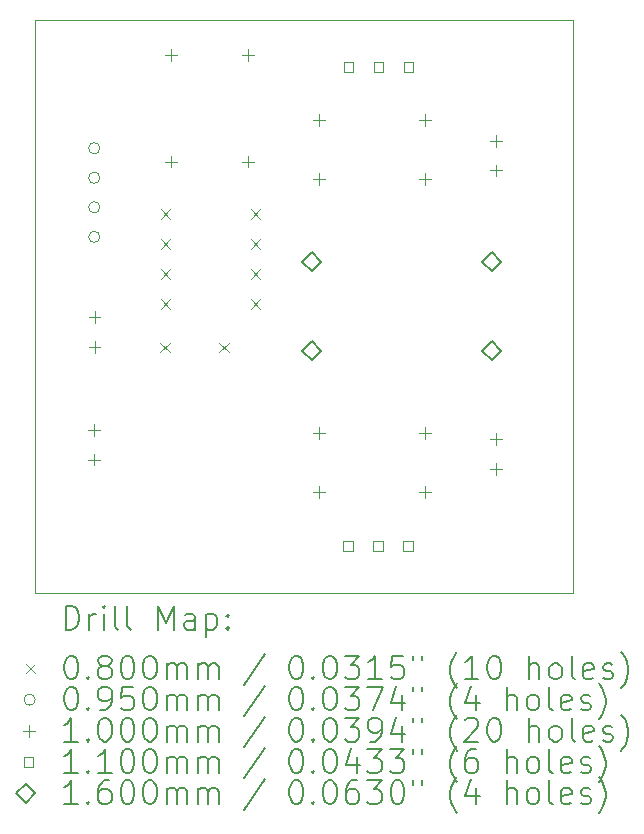
<source format=gbr>
%TF.GenerationSoftware,KiCad,Pcbnew,(6.0.7)*%
%TF.CreationDate,2023-03-09T18:45:51+00:00*%
%TF.ProjectId,solenoid_driver,736f6c65-6e6f-4696-945f-647269766572,rev?*%
%TF.SameCoordinates,Original*%
%TF.FileFunction,Drillmap*%
%TF.FilePolarity,Positive*%
%FSLAX45Y45*%
G04 Gerber Fmt 4.5, Leading zero omitted, Abs format (unit mm)*
G04 Created by KiCad (PCBNEW (6.0.7)) date 2023-03-09 18:45:51*
%MOMM*%
%LPD*%
G01*
G04 APERTURE LIST*
%ADD10C,0.050000*%
%ADD11C,0.200000*%
%ADD12C,0.080000*%
%ADD13C,0.095000*%
%ADD14C,0.100000*%
%ADD15C,0.110000*%
%ADD16C,0.160000*%
G04 APERTURE END LIST*
D10*
X15750000Y-8050000D02*
X15750000Y-12900000D01*
X11200000Y-12900000D02*
X11200000Y-8050000D01*
X15750000Y-8050000D02*
X11200000Y-8050000D01*
X15750000Y-12900000D02*
X11200000Y-12900000D01*
D11*
D12*
X12255000Y-10785000D02*
X12335000Y-10865000D01*
X12335000Y-10785000D02*
X12255000Y-10865000D01*
X12260000Y-9655000D02*
X12340000Y-9735000D01*
X12340000Y-9655000D02*
X12260000Y-9735000D01*
X12260000Y-9909000D02*
X12340000Y-9989000D01*
X12340000Y-9909000D02*
X12260000Y-9989000D01*
X12260000Y-10163000D02*
X12340000Y-10243000D01*
X12340000Y-10163000D02*
X12260000Y-10243000D01*
X12260000Y-10417000D02*
X12340000Y-10497000D01*
X12340000Y-10417000D02*
X12260000Y-10497000D01*
X12755000Y-10785000D02*
X12835000Y-10865000D01*
X12835000Y-10785000D02*
X12755000Y-10865000D01*
X13022000Y-9655000D02*
X13102000Y-9735000D01*
X13102000Y-9655000D02*
X13022000Y-9735000D01*
X13022000Y-9909000D02*
X13102000Y-9989000D01*
X13102000Y-9909000D02*
X13022000Y-9989000D01*
X13022000Y-10163000D02*
X13102000Y-10243000D01*
X13102000Y-10163000D02*
X13022000Y-10243000D01*
X13022000Y-10417000D02*
X13102000Y-10497000D01*
X13102000Y-10417000D02*
X13022000Y-10497000D01*
D13*
X11745000Y-9137300D02*
G75*
G03*
X11745000Y-9137300I-47500J0D01*
G01*
X11745000Y-9387300D02*
G75*
G03*
X11745000Y-9387300I-47500J0D01*
G01*
X11745000Y-9637300D02*
G75*
G03*
X11745000Y-9637300I-47500J0D01*
G01*
X11745000Y-9887300D02*
G75*
G03*
X11745000Y-9887300I-47500J0D01*
G01*
D14*
X11693400Y-11472900D02*
X11693400Y-11572900D01*
X11643400Y-11522900D02*
X11743400Y-11522900D01*
X11693400Y-11722900D02*
X11693400Y-11822900D01*
X11643400Y-11772900D02*
X11743400Y-11772900D01*
X11699750Y-10518400D02*
X11699750Y-10618400D01*
X11649750Y-10568400D02*
X11749750Y-10568400D01*
X11699750Y-10768400D02*
X11699750Y-10868400D01*
X11649750Y-10818400D02*
X11749750Y-10818400D01*
X12350000Y-8300000D02*
X12350000Y-8400000D01*
X12300000Y-8350000D02*
X12400000Y-8350000D01*
X12350000Y-9200000D02*
X12350000Y-9300000D01*
X12300000Y-9250000D02*
X12400000Y-9250000D01*
X13000000Y-8300000D02*
X13000000Y-8400000D01*
X12950000Y-8350000D02*
X13050000Y-8350000D01*
X13000000Y-9200000D02*
X13000000Y-9300000D01*
X12950000Y-9250000D02*
X13050000Y-9250000D01*
X13600000Y-8850000D02*
X13600000Y-8950000D01*
X13550000Y-8900000D02*
X13650000Y-8900000D01*
X13600000Y-9350000D02*
X13600000Y-9450000D01*
X13550000Y-9400000D02*
X13650000Y-9400000D01*
X13600000Y-11500000D02*
X13600000Y-11600000D01*
X13550000Y-11550000D02*
X13650000Y-11550000D01*
X13600000Y-12000000D02*
X13600000Y-12100000D01*
X13550000Y-12050000D02*
X13650000Y-12050000D01*
X14500000Y-8850000D02*
X14500000Y-8950000D01*
X14450000Y-8900000D02*
X14550000Y-8900000D01*
X14500000Y-9350000D02*
X14500000Y-9450000D01*
X14450000Y-9400000D02*
X14550000Y-9400000D01*
X14500000Y-11500000D02*
X14500000Y-11600000D01*
X14450000Y-11550000D02*
X14550000Y-11550000D01*
X14500000Y-12000000D02*
X14500000Y-12100000D01*
X14450000Y-12050000D02*
X14550000Y-12050000D01*
X15100000Y-9025000D02*
X15100000Y-9125000D01*
X15050000Y-9075000D02*
X15150000Y-9075000D01*
X15100000Y-9275000D02*
X15100000Y-9375000D01*
X15050000Y-9325000D02*
X15150000Y-9325000D01*
X15100000Y-11550000D02*
X15100000Y-11650000D01*
X15050000Y-11600000D02*
X15150000Y-11600000D01*
X15100000Y-11800000D02*
X15100000Y-11900000D01*
X15050000Y-11850000D02*
X15150000Y-11850000D01*
D15*
X13884891Y-12544391D02*
X13884891Y-12466609D01*
X13807109Y-12466609D01*
X13807109Y-12544391D01*
X13884891Y-12544391D01*
X13888241Y-8488891D02*
X13888241Y-8411109D01*
X13810459Y-8411109D01*
X13810459Y-8488891D01*
X13888241Y-8488891D01*
X14138891Y-12544391D02*
X14138891Y-12466609D01*
X14061109Y-12466609D01*
X14061109Y-12544391D01*
X14138891Y-12544391D01*
X14142241Y-8488891D02*
X14142241Y-8411109D01*
X14064459Y-8411109D01*
X14064459Y-8488891D01*
X14142241Y-8488891D01*
X14392891Y-12544391D02*
X14392891Y-12466609D01*
X14315109Y-12466609D01*
X14315109Y-12544391D01*
X14392891Y-12544391D01*
X14396241Y-8488891D02*
X14396241Y-8411109D01*
X14318459Y-8411109D01*
X14318459Y-8488891D01*
X14396241Y-8488891D01*
D16*
X13538000Y-10180000D02*
X13618000Y-10100000D01*
X13538000Y-10020000D01*
X13458000Y-10100000D01*
X13538000Y-10180000D01*
X13538000Y-10930000D02*
X13618000Y-10850000D01*
X13538000Y-10770000D01*
X13458000Y-10850000D01*
X13538000Y-10930000D01*
X15062000Y-10180000D02*
X15142000Y-10100000D01*
X15062000Y-10020000D01*
X14982000Y-10100000D01*
X15062000Y-10180000D01*
X15062000Y-10930000D02*
X15142000Y-10850000D01*
X15062000Y-10770000D01*
X14982000Y-10850000D01*
X15062000Y-10930000D01*
D11*
X11455119Y-13212976D02*
X11455119Y-13012976D01*
X11502738Y-13012976D01*
X11531309Y-13022500D01*
X11550357Y-13041548D01*
X11559881Y-13060595D01*
X11569405Y-13098690D01*
X11569405Y-13127262D01*
X11559881Y-13165357D01*
X11550357Y-13184405D01*
X11531309Y-13203452D01*
X11502738Y-13212976D01*
X11455119Y-13212976D01*
X11655119Y-13212976D02*
X11655119Y-13079643D01*
X11655119Y-13117738D02*
X11664643Y-13098690D01*
X11674167Y-13089167D01*
X11693214Y-13079643D01*
X11712262Y-13079643D01*
X11778928Y-13212976D02*
X11778928Y-13079643D01*
X11778928Y-13012976D02*
X11769405Y-13022500D01*
X11778928Y-13032024D01*
X11788452Y-13022500D01*
X11778928Y-13012976D01*
X11778928Y-13032024D01*
X11902738Y-13212976D02*
X11883690Y-13203452D01*
X11874167Y-13184405D01*
X11874167Y-13012976D01*
X12007500Y-13212976D02*
X11988452Y-13203452D01*
X11978928Y-13184405D01*
X11978928Y-13012976D01*
X12236071Y-13212976D02*
X12236071Y-13012976D01*
X12302738Y-13155833D01*
X12369405Y-13012976D01*
X12369405Y-13212976D01*
X12550357Y-13212976D02*
X12550357Y-13108214D01*
X12540833Y-13089167D01*
X12521786Y-13079643D01*
X12483690Y-13079643D01*
X12464643Y-13089167D01*
X12550357Y-13203452D02*
X12531309Y-13212976D01*
X12483690Y-13212976D01*
X12464643Y-13203452D01*
X12455119Y-13184405D01*
X12455119Y-13165357D01*
X12464643Y-13146309D01*
X12483690Y-13136786D01*
X12531309Y-13136786D01*
X12550357Y-13127262D01*
X12645595Y-13079643D02*
X12645595Y-13279643D01*
X12645595Y-13089167D02*
X12664643Y-13079643D01*
X12702738Y-13079643D01*
X12721786Y-13089167D01*
X12731309Y-13098690D01*
X12740833Y-13117738D01*
X12740833Y-13174881D01*
X12731309Y-13193928D01*
X12721786Y-13203452D01*
X12702738Y-13212976D01*
X12664643Y-13212976D01*
X12645595Y-13203452D01*
X12826548Y-13193928D02*
X12836071Y-13203452D01*
X12826548Y-13212976D01*
X12817024Y-13203452D01*
X12826548Y-13193928D01*
X12826548Y-13212976D01*
X12826548Y-13089167D02*
X12836071Y-13098690D01*
X12826548Y-13108214D01*
X12817024Y-13098690D01*
X12826548Y-13089167D01*
X12826548Y-13108214D01*
D12*
X11117500Y-13502500D02*
X11197500Y-13582500D01*
X11197500Y-13502500D02*
X11117500Y-13582500D01*
D11*
X11493214Y-13432976D02*
X11512262Y-13432976D01*
X11531309Y-13442500D01*
X11540833Y-13452024D01*
X11550357Y-13471071D01*
X11559881Y-13509167D01*
X11559881Y-13556786D01*
X11550357Y-13594881D01*
X11540833Y-13613928D01*
X11531309Y-13623452D01*
X11512262Y-13632976D01*
X11493214Y-13632976D01*
X11474167Y-13623452D01*
X11464643Y-13613928D01*
X11455119Y-13594881D01*
X11445595Y-13556786D01*
X11445595Y-13509167D01*
X11455119Y-13471071D01*
X11464643Y-13452024D01*
X11474167Y-13442500D01*
X11493214Y-13432976D01*
X11645595Y-13613928D02*
X11655119Y-13623452D01*
X11645595Y-13632976D01*
X11636071Y-13623452D01*
X11645595Y-13613928D01*
X11645595Y-13632976D01*
X11769405Y-13518690D02*
X11750357Y-13509167D01*
X11740833Y-13499643D01*
X11731309Y-13480595D01*
X11731309Y-13471071D01*
X11740833Y-13452024D01*
X11750357Y-13442500D01*
X11769405Y-13432976D01*
X11807500Y-13432976D01*
X11826548Y-13442500D01*
X11836071Y-13452024D01*
X11845595Y-13471071D01*
X11845595Y-13480595D01*
X11836071Y-13499643D01*
X11826548Y-13509167D01*
X11807500Y-13518690D01*
X11769405Y-13518690D01*
X11750357Y-13528214D01*
X11740833Y-13537738D01*
X11731309Y-13556786D01*
X11731309Y-13594881D01*
X11740833Y-13613928D01*
X11750357Y-13623452D01*
X11769405Y-13632976D01*
X11807500Y-13632976D01*
X11826548Y-13623452D01*
X11836071Y-13613928D01*
X11845595Y-13594881D01*
X11845595Y-13556786D01*
X11836071Y-13537738D01*
X11826548Y-13528214D01*
X11807500Y-13518690D01*
X11969405Y-13432976D02*
X11988452Y-13432976D01*
X12007500Y-13442500D01*
X12017024Y-13452024D01*
X12026548Y-13471071D01*
X12036071Y-13509167D01*
X12036071Y-13556786D01*
X12026548Y-13594881D01*
X12017024Y-13613928D01*
X12007500Y-13623452D01*
X11988452Y-13632976D01*
X11969405Y-13632976D01*
X11950357Y-13623452D01*
X11940833Y-13613928D01*
X11931309Y-13594881D01*
X11921786Y-13556786D01*
X11921786Y-13509167D01*
X11931309Y-13471071D01*
X11940833Y-13452024D01*
X11950357Y-13442500D01*
X11969405Y-13432976D01*
X12159881Y-13432976D02*
X12178928Y-13432976D01*
X12197976Y-13442500D01*
X12207500Y-13452024D01*
X12217024Y-13471071D01*
X12226548Y-13509167D01*
X12226548Y-13556786D01*
X12217024Y-13594881D01*
X12207500Y-13613928D01*
X12197976Y-13623452D01*
X12178928Y-13632976D01*
X12159881Y-13632976D01*
X12140833Y-13623452D01*
X12131309Y-13613928D01*
X12121786Y-13594881D01*
X12112262Y-13556786D01*
X12112262Y-13509167D01*
X12121786Y-13471071D01*
X12131309Y-13452024D01*
X12140833Y-13442500D01*
X12159881Y-13432976D01*
X12312262Y-13632976D02*
X12312262Y-13499643D01*
X12312262Y-13518690D02*
X12321786Y-13509167D01*
X12340833Y-13499643D01*
X12369405Y-13499643D01*
X12388452Y-13509167D01*
X12397976Y-13528214D01*
X12397976Y-13632976D01*
X12397976Y-13528214D02*
X12407500Y-13509167D01*
X12426548Y-13499643D01*
X12455119Y-13499643D01*
X12474167Y-13509167D01*
X12483690Y-13528214D01*
X12483690Y-13632976D01*
X12578928Y-13632976D02*
X12578928Y-13499643D01*
X12578928Y-13518690D02*
X12588452Y-13509167D01*
X12607500Y-13499643D01*
X12636071Y-13499643D01*
X12655119Y-13509167D01*
X12664643Y-13528214D01*
X12664643Y-13632976D01*
X12664643Y-13528214D02*
X12674167Y-13509167D01*
X12693214Y-13499643D01*
X12721786Y-13499643D01*
X12740833Y-13509167D01*
X12750357Y-13528214D01*
X12750357Y-13632976D01*
X13140833Y-13423452D02*
X12969405Y-13680595D01*
X13397976Y-13432976D02*
X13417024Y-13432976D01*
X13436071Y-13442500D01*
X13445595Y-13452024D01*
X13455119Y-13471071D01*
X13464643Y-13509167D01*
X13464643Y-13556786D01*
X13455119Y-13594881D01*
X13445595Y-13613928D01*
X13436071Y-13623452D01*
X13417024Y-13632976D01*
X13397976Y-13632976D01*
X13378928Y-13623452D01*
X13369405Y-13613928D01*
X13359881Y-13594881D01*
X13350357Y-13556786D01*
X13350357Y-13509167D01*
X13359881Y-13471071D01*
X13369405Y-13452024D01*
X13378928Y-13442500D01*
X13397976Y-13432976D01*
X13550357Y-13613928D02*
X13559881Y-13623452D01*
X13550357Y-13632976D01*
X13540833Y-13623452D01*
X13550357Y-13613928D01*
X13550357Y-13632976D01*
X13683690Y-13432976D02*
X13702738Y-13432976D01*
X13721786Y-13442500D01*
X13731309Y-13452024D01*
X13740833Y-13471071D01*
X13750357Y-13509167D01*
X13750357Y-13556786D01*
X13740833Y-13594881D01*
X13731309Y-13613928D01*
X13721786Y-13623452D01*
X13702738Y-13632976D01*
X13683690Y-13632976D01*
X13664643Y-13623452D01*
X13655119Y-13613928D01*
X13645595Y-13594881D01*
X13636071Y-13556786D01*
X13636071Y-13509167D01*
X13645595Y-13471071D01*
X13655119Y-13452024D01*
X13664643Y-13442500D01*
X13683690Y-13432976D01*
X13817024Y-13432976D02*
X13940833Y-13432976D01*
X13874167Y-13509167D01*
X13902738Y-13509167D01*
X13921786Y-13518690D01*
X13931309Y-13528214D01*
X13940833Y-13547262D01*
X13940833Y-13594881D01*
X13931309Y-13613928D01*
X13921786Y-13623452D01*
X13902738Y-13632976D01*
X13845595Y-13632976D01*
X13826548Y-13623452D01*
X13817024Y-13613928D01*
X14131309Y-13632976D02*
X14017024Y-13632976D01*
X14074167Y-13632976D02*
X14074167Y-13432976D01*
X14055119Y-13461548D01*
X14036071Y-13480595D01*
X14017024Y-13490119D01*
X14312262Y-13432976D02*
X14217024Y-13432976D01*
X14207500Y-13528214D01*
X14217024Y-13518690D01*
X14236071Y-13509167D01*
X14283690Y-13509167D01*
X14302738Y-13518690D01*
X14312262Y-13528214D01*
X14321786Y-13547262D01*
X14321786Y-13594881D01*
X14312262Y-13613928D01*
X14302738Y-13623452D01*
X14283690Y-13632976D01*
X14236071Y-13632976D01*
X14217024Y-13623452D01*
X14207500Y-13613928D01*
X14397976Y-13432976D02*
X14397976Y-13471071D01*
X14474167Y-13432976D02*
X14474167Y-13471071D01*
X14769405Y-13709167D02*
X14759881Y-13699643D01*
X14740833Y-13671071D01*
X14731309Y-13652024D01*
X14721786Y-13623452D01*
X14712262Y-13575833D01*
X14712262Y-13537738D01*
X14721786Y-13490119D01*
X14731309Y-13461548D01*
X14740833Y-13442500D01*
X14759881Y-13413928D01*
X14769405Y-13404405D01*
X14950357Y-13632976D02*
X14836071Y-13632976D01*
X14893214Y-13632976D02*
X14893214Y-13432976D01*
X14874167Y-13461548D01*
X14855119Y-13480595D01*
X14836071Y-13490119D01*
X15074167Y-13432976D02*
X15093214Y-13432976D01*
X15112262Y-13442500D01*
X15121786Y-13452024D01*
X15131309Y-13471071D01*
X15140833Y-13509167D01*
X15140833Y-13556786D01*
X15131309Y-13594881D01*
X15121786Y-13613928D01*
X15112262Y-13623452D01*
X15093214Y-13632976D01*
X15074167Y-13632976D01*
X15055119Y-13623452D01*
X15045595Y-13613928D01*
X15036071Y-13594881D01*
X15026548Y-13556786D01*
X15026548Y-13509167D01*
X15036071Y-13471071D01*
X15045595Y-13452024D01*
X15055119Y-13442500D01*
X15074167Y-13432976D01*
X15378928Y-13632976D02*
X15378928Y-13432976D01*
X15464643Y-13632976D02*
X15464643Y-13528214D01*
X15455119Y-13509167D01*
X15436071Y-13499643D01*
X15407500Y-13499643D01*
X15388452Y-13509167D01*
X15378928Y-13518690D01*
X15588452Y-13632976D02*
X15569405Y-13623452D01*
X15559881Y-13613928D01*
X15550357Y-13594881D01*
X15550357Y-13537738D01*
X15559881Y-13518690D01*
X15569405Y-13509167D01*
X15588452Y-13499643D01*
X15617024Y-13499643D01*
X15636071Y-13509167D01*
X15645595Y-13518690D01*
X15655119Y-13537738D01*
X15655119Y-13594881D01*
X15645595Y-13613928D01*
X15636071Y-13623452D01*
X15617024Y-13632976D01*
X15588452Y-13632976D01*
X15769405Y-13632976D02*
X15750357Y-13623452D01*
X15740833Y-13604405D01*
X15740833Y-13432976D01*
X15921786Y-13623452D02*
X15902738Y-13632976D01*
X15864643Y-13632976D01*
X15845595Y-13623452D01*
X15836071Y-13604405D01*
X15836071Y-13528214D01*
X15845595Y-13509167D01*
X15864643Y-13499643D01*
X15902738Y-13499643D01*
X15921786Y-13509167D01*
X15931309Y-13528214D01*
X15931309Y-13547262D01*
X15836071Y-13566309D01*
X16007500Y-13623452D02*
X16026548Y-13632976D01*
X16064643Y-13632976D01*
X16083690Y-13623452D01*
X16093214Y-13604405D01*
X16093214Y-13594881D01*
X16083690Y-13575833D01*
X16064643Y-13566309D01*
X16036071Y-13566309D01*
X16017024Y-13556786D01*
X16007500Y-13537738D01*
X16007500Y-13528214D01*
X16017024Y-13509167D01*
X16036071Y-13499643D01*
X16064643Y-13499643D01*
X16083690Y-13509167D01*
X16159881Y-13709167D02*
X16169405Y-13699643D01*
X16188452Y-13671071D01*
X16197976Y-13652024D01*
X16207500Y-13623452D01*
X16217024Y-13575833D01*
X16217024Y-13537738D01*
X16207500Y-13490119D01*
X16197976Y-13461548D01*
X16188452Y-13442500D01*
X16169405Y-13413928D01*
X16159881Y-13404405D01*
D13*
X11197500Y-13806500D02*
G75*
G03*
X11197500Y-13806500I-47500J0D01*
G01*
D11*
X11493214Y-13696976D02*
X11512262Y-13696976D01*
X11531309Y-13706500D01*
X11540833Y-13716024D01*
X11550357Y-13735071D01*
X11559881Y-13773167D01*
X11559881Y-13820786D01*
X11550357Y-13858881D01*
X11540833Y-13877928D01*
X11531309Y-13887452D01*
X11512262Y-13896976D01*
X11493214Y-13896976D01*
X11474167Y-13887452D01*
X11464643Y-13877928D01*
X11455119Y-13858881D01*
X11445595Y-13820786D01*
X11445595Y-13773167D01*
X11455119Y-13735071D01*
X11464643Y-13716024D01*
X11474167Y-13706500D01*
X11493214Y-13696976D01*
X11645595Y-13877928D02*
X11655119Y-13887452D01*
X11645595Y-13896976D01*
X11636071Y-13887452D01*
X11645595Y-13877928D01*
X11645595Y-13896976D01*
X11750357Y-13896976D02*
X11788452Y-13896976D01*
X11807500Y-13887452D01*
X11817024Y-13877928D01*
X11836071Y-13849357D01*
X11845595Y-13811262D01*
X11845595Y-13735071D01*
X11836071Y-13716024D01*
X11826548Y-13706500D01*
X11807500Y-13696976D01*
X11769405Y-13696976D01*
X11750357Y-13706500D01*
X11740833Y-13716024D01*
X11731309Y-13735071D01*
X11731309Y-13782690D01*
X11740833Y-13801738D01*
X11750357Y-13811262D01*
X11769405Y-13820786D01*
X11807500Y-13820786D01*
X11826548Y-13811262D01*
X11836071Y-13801738D01*
X11845595Y-13782690D01*
X12026548Y-13696976D02*
X11931309Y-13696976D01*
X11921786Y-13792214D01*
X11931309Y-13782690D01*
X11950357Y-13773167D01*
X11997976Y-13773167D01*
X12017024Y-13782690D01*
X12026548Y-13792214D01*
X12036071Y-13811262D01*
X12036071Y-13858881D01*
X12026548Y-13877928D01*
X12017024Y-13887452D01*
X11997976Y-13896976D01*
X11950357Y-13896976D01*
X11931309Y-13887452D01*
X11921786Y-13877928D01*
X12159881Y-13696976D02*
X12178928Y-13696976D01*
X12197976Y-13706500D01*
X12207500Y-13716024D01*
X12217024Y-13735071D01*
X12226548Y-13773167D01*
X12226548Y-13820786D01*
X12217024Y-13858881D01*
X12207500Y-13877928D01*
X12197976Y-13887452D01*
X12178928Y-13896976D01*
X12159881Y-13896976D01*
X12140833Y-13887452D01*
X12131309Y-13877928D01*
X12121786Y-13858881D01*
X12112262Y-13820786D01*
X12112262Y-13773167D01*
X12121786Y-13735071D01*
X12131309Y-13716024D01*
X12140833Y-13706500D01*
X12159881Y-13696976D01*
X12312262Y-13896976D02*
X12312262Y-13763643D01*
X12312262Y-13782690D02*
X12321786Y-13773167D01*
X12340833Y-13763643D01*
X12369405Y-13763643D01*
X12388452Y-13773167D01*
X12397976Y-13792214D01*
X12397976Y-13896976D01*
X12397976Y-13792214D02*
X12407500Y-13773167D01*
X12426548Y-13763643D01*
X12455119Y-13763643D01*
X12474167Y-13773167D01*
X12483690Y-13792214D01*
X12483690Y-13896976D01*
X12578928Y-13896976D02*
X12578928Y-13763643D01*
X12578928Y-13782690D02*
X12588452Y-13773167D01*
X12607500Y-13763643D01*
X12636071Y-13763643D01*
X12655119Y-13773167D01*
X12664643Y-13792214D01*
X12664643Y-13896976D01*
X12664643Y-13792214D02*
X12674167Y-13773167D01*
X12693214Y-13763643D01*
X12721786Y-13763643D01*
X12740833Y-13773167D01*
X12750357Y-13792214D01*
X12750357Y-13896976D01*
X13140833Y-13687452D02*
X12969405Y-13944595D01*
X13397976Y-13696976D02*
X13417024Y-13696976D01*
X13436071Y-13706500D01*
X13445595Y-13716024D01*
X13455119Y-13735071D01*
X13464643Y-13773167D01*
X13464643Y-13820786D01*
X13455119Y-13858881D01*
X13445595Y-13877928D01*
X13436071Y-13887452D01*
X13417024Y-13896976D01*
X13397976Y-13896976D01*
X13378928Y-13887452D01*
X13369405Y-13877928D01*
X13359881Y-13858881D01*
X13350357Y-13820786D01*
X13350357Y-13773167D01*
X13359881Y-13735071D01*
X13369405Y-13716024D01*
X13378928Y-13706500D01*
X13397976Y-13696976D01*
X13550357Y-13877928D02*
X13559881Y-13887452D01*
X13550357Y-13896976D01*
X13540833Y-13887452D01*
X13550357Y-13877928D01*
X13550357Y-13896976D01*
X13683690Y-13696976D02*
X13702738Y-13696976D01*
X13721786Y-13706500D01*
X13731309Y-13716024D01*
X13740833Y-13735071D01*
X13750357Y-13773167D01*
X13750357Y-13820786D01*
X13740833Y-13858881D01*
X13731309Y-13877928D01*
X13721786Y-13887452D01*
X13702738Y-13896976D01*
X13683690Y-13896976D01*
X13664643Y-13887452D01*
X13655119Y-13877928D01*
X13645595Y-13858881D01*
X13636071Y-13820786D01*
X13636071Y-13773167D01*
X13645595Y-13735071D01*
X13655119Y-13716024D01*
X13664643Y-13706500D01*
X13683690Y-13696976D01*
X13817024Y-13696976D02*
X13940833Y-13696976D01*
X13874167Y-13773167D01*
X13902738Y-13773167D01*
X13921786Y-13782690D01*
X13931309Y-13792214D01*
X13940833Y-13811262D01*
X13940833Y-13858881D01*
X13931309Y-13877928D01*
X13921786Y-13887452D01*
X13902738Y-13896976D01*
X13845595Y-13896976D01*
X13826548Y-13887452D01*
X13817024Y-13877928D01*
X14007500Y-13696976D02*
X14140833Y-13696976D01*
X14055119Y-13896976D01*
X14302738Y-13763643D02*
X14302738Y-13896976D01*
X14255119Y-13687452D02*
X14207500Y-13830309D01*
X14331309Y-13830309D01*
X14397976Y-13696976D02*
X14397976Y-13735071D01*
X14474167Y-13696976D02*
X14474167Y-13735071D01*
X14769405Y-13973167D02*
X14759881Y-13963643D01*
X14740833Y-13935071D01*
X14731309Y-13916024D01*
X14721786Y-13887452D01*
X14712262Y-13839833D01*
X14712262Y-13801738D01*
X14721786Y-13754119D01*
X14731309Y-13725548D01*
X14740833Y-13706500D01*
X14759881Y-13677928D01*
X14769405Y-13668405D01*
X14931309Y-13763643D02*
X14931309Y-13896976D01*
X14883690Y-13687452D02*
X14836071Y-13830309D01*
X14959881Y-13830309D01*
X15188452Y-13896976D02*
X15188452Y-13696976D01*
X15274167Y-13896976D02*
X15274167Y-13792214D01*
X15264643Y-13773167D01*
X15245595Y-13763643D01*
X15217024Y-13763643D01*
X15197976Y-13773167D01*
X15188452Y-13782690D01*
X15397976Y-13896976D02*
X15378928Y-13887452D01*
X15369405Y-13877928D01*
X15359881Y-13858881D01*
X15359881Y-13801738D01*
X15369405Y-13782690D01*
X15378928Y-13773167D01*
X15397976Y-13763643D01*
X15426548Y-13763643D01*
X15445595Y-13773167D01*
X15455119Y-13782690D01*
X15464643Y-13801738D01*
X15464643Y-13858881D01*
X15455119Y-13877928D01*
X15445595Y-13887452D01*
X15426548Y-13896976D01*
X15397976Y-13896976D01*
X15578928Y-13896976D02*
X15559881Y-13887452D01*
X15550357Y-13868405D01*
X15550357Y-13696976D01*
X15731309Y-13887452D02*
X15712262Y-13896976D01*
X15674167Y-13896976D01*
X15655119Y-13887452D01*
X15645595Y-13868405D01*
X15645595Y-13792214D01*
X15655119Y-13773167D01*
X15674167Y-13763643D01*
X15712262Y-13763643D01*
X15731309Y-13773167D01*
X15740833Y-13792214D01*
X15740833Y-13811262D01*
X15645595Y-13830309D01*
X15817024Y-13887452D02*
X15836071Y-13896976D01*
X15874167Y-13896976D01*
X15893214Y-13887452D01*
X15902738Y-13868405D01*
X15902738Y-13858881D01*
X15893214Y-13839833D01*
X15874167Y-13830309D01*
X15845595Y-13830309D01*
X15826548Y-13820786D01*
X15817024Y-13801738D01*
X15817024Y-13792214D01*
X15826548Y-13773167D01*
X15845595Y-13763643D01*
X15874167Y-13763643D01*
X15893214Y-13773167D01*
X15969405Y-13973167D02*
X15978928Y-13963643D01*
X15997976Y-13935071D01*
X16007500Y-13916024D01*
X16017024Y-13887452D01*
X16026548Y-13839833D01*
X16026548Y-13801738D01*
X16017024Y-13754119D01*
X16007500Y-13725548D01*
X15997976Y-13706500D01*
X15978928Y-13677928D01*
X15969405Y-13668405D01*
D14*
X11147500Y-14020500D02*
X11147500Y-14120500D01*
X11097500Y-14070500D02*
X11197500Y-14070500D01*
D11*
X11559881Y-14160976D02*
X11445595Y-14160976D01*
X11502738Y-14160976D02*
X11502738Y-13960976D01*
X11483690Y-13989548D01*
X11464643Y-14008595D01*
X11445595Y-14018119D01*
X11645595Y-14141928D02*
X11655119Y-14151452D01*
X11645595Y-14160976D01*
X11636071Y-14151452D01*
X11645595Y-14141928D01*
X11645595Y-14160976D01*
X11778928Y-13960976D02*
X11797976Y-13960976D01*
X11817024Y-13970500D01*
X11826548Y-13980024D01*
X11836071Y-13999071D01*
X11845595Y-14037167D01*
X11845595Y-14084786D01*
X11836071Y-14122881D01*
X11826548Y-14141928D01*
X11817024Y-14151452D01*
X11797976Y-14160976D01*
X11778928Y-14160976D01*
X11759881Y-14151452D01*
X11750357Y-14141928D01*
X11740833Y-14122881D01*
X11731309Y-14084786D01*
X11731309Y-14037167D01*
X11740833Y-13999071D01*
X11750357Y-13980024D01*
X11759881Y-13970500D01*
X11778928Y-13960976D01*
X11969405Y-13960976D02*
X11988452Y-13960976D01*
X12007500Y-13970500D01*
X12017024Y-13980024D01*
X12026548Y-13999071D01*
X12036071Y-14037167D01*
X12036071Y-14084786D01*
X12026548Y-14122881D01*
X12017024Y-14141928D01*
X12007500Y-14151452D01*
X11988452Y-14160976D01*
X11969405Y-14160976D01*
X11950357Y-14151452D01*
X11940833Y-14141928D01*
X11931309Y-14122881D01*
X11921786Y-14084786D01*
X11921786Y-14037167D01*
X11931309Y-13999071D01*
X11940833Y-13980024D01*
X11950357Y-13970500D01*
X11969405Y-13960976D01*
X12159881Y-13960976D02*
X12178928Y-13960976D01*
X12197976Y-13970500D01*
X12207500Y-13980024D01*
X12217024Y-13999071D01*
X12226548Y-14037167D01*
X12226548Y-14084786D01*
X12217024Y-14122881D01*
X12207500Y-14141928D01*
X12197976Y-14151452D01*
X12178928Y-14160976D01*
X12159881Y-14160976D01*
X12140833Y-14151452D01*
X12131309Y-14141928D01*
X12121786Y-14122881D01*
X12112262Y-14084786D01*
X12112262Y-14037167D01*
X12121786Y-13999071D01*
X12131309Y-13980024D01*
X12140833Y-13970500D01*
X12159881Y-13960976D01*
X12312262Y-14160976D02*
X12312262Y-14027643D01*
X12312262Y-14046690D02*
X12321786Y-14037167D01*
X12340833Y-14027643D01*
X12369405Y-14027643D01*
X12388452Y-14037167D01*
X12397976Y-14056214D01*
X12397976Y-14160976D01*
X12397976Y-14056214D02*
X12407500Y-14037167D01*
X12426548Y-14027643D01*
X12455119Y-14027643D01*
X12474167Y-14037167D01*
X12483690Y-14056214D01*
X12483690Y-14160976D01*
X12578928Y-14160976D02*
X12578928Y-14027643D01*
X12578928Y-14046690D02*
X12588452Y-14037167D01*
X12607500Y-14027643D01*
X12636071Y-14027643D01*
X12655119Y-14037167D01*
X12664643Y-14056214D01*
X12664643Y-14160976D01*
X12664643Y-14056214D02*
X12674167Y-14037167D01*
X12693214Y-14027643D01*
X12721786Y-14027643D01*
X12740833Y-14037167D01*
X12750357Y-14056214D01*
X12750357Y-14160976D01*
X13140833Y-13951452D02*
X12969405Y-14208595D01*
X13397976Y-13960976D02*
X13417024Y-13960976D01*
X13436071Y-13970500D01*
X13445595Y-13980024D01*
X13455119Y-13999071D01*
X13464643Y-14037167D01*
X13464643Y-14084786D01*
X13455119Y-14122881D01*
X13445595Y-14141928D01*
X13436071Y-14151452D01*
X13417024Y-14160976D01*
X13397976Y-14160976D01*
X13378928Y-14151452D01*
X13369405Y-14141928D01*
X13359881Y-14122881D01*
X13350357Y-14084786D01*
X13350357Y-14037167D01*
X13359881Y-13999071D01*
X13369405Y-13980024D01*
X13378928Y-13970500D01*
X13397976Y-13960976D01*
X13550357Y-14141928D02*
X13559881Y-14151452D01*
X13550357Y-14160976D01*
X13540833Y-14151452D01*
X13550357Y-14141928D01*
X13550357Y-14160976D01*
X13683690Y-13960976D02*
X13702738Y-13960976D01*
X13721786Y-13970500D01*
X13731309Y-13980024D01*
X13740833Y-13999071D01*
X13750357Y-14037167D01*
X13750357Y-14084786D01*
X13740833Y-14122881D01*
X13731309Y-14141928D01*
X13721786Y-14151452D01*
X13702738Y-14160976D01*
X13683690Y-14160976D01*
X13664643Y-14151452D01*
X13655119Y-14141928D01*
X13645595Y-14122881D01*
X13636071Y-14084786D01*
X13636071Y-14037167D01*
X13645595Y-13999071D01*
X13655119Y-13980024D01*
X13664643Y-13970500D01*
X13683690Y-13960976D01*
X13817024Y-13960976D02*
X13940833Y-13960976D01*
X13874167Y-14037167D01*
X13902738Y-14037167D01*
X13921786Y-14046690D01*
X13931309Y-14056214D01*
X13940833Y-14075262D01*
X13940833Y-14122881D01*
X13931309Y-14141928D01*
X13921786Y-14151452D01*
X13902738Y-14160976D01*
X13845595Y-14160976D01*
X13826548Y-14151452D01*
X13817024Y-14141928D01*
X14036071Y-14160976D02*
X14074167Y-14160976D01*
X14093214Y-14151452D01*
X14102738Y-14141928D01*
X14121786Y-14113357D01*
X14131309Y-14075262D01*
X14131309Y-13999071D01*
X14121786Y-13980024D01*
X14112262Y-13970500D01*
X14093214Y-13960976D01*
X14055119Y-13960976D01*
X14036071Y-13970500D01*
X14026548Y-13980024D01*
X14017024Y-13999071D01*
X14017024Y-14046690D01*
X14026548Y-14065738D01*
X14036071Y-14075262D01*
X14055119Y-14084786D01*
X14093214Y-14084786D01*
X14112262Y-14075262D01*
X14121786Y-14065738D01*
X14131309Y-14046690D01*
X14302738Y-14027643D02*
X14302738Y-14160976D01*
X14255119Y-13951452D02*
X14207500Y-14094309D01*
X14331309Y-14094309D01*
X14397976Y-13960976D02*
X14397976Y-13999071D01*
X14474167Y-13960976D02*
X14474167Y-13999071D01*
X14769405Y-14237167D02*
X14759881Y-14227643D01*
X14740833Y-14199071D01*
X14731309Y-14180024D01*
X14721786Y-14151452D01*
X14712262Y-14103833D01*
X14712262Y-14065738D01*
X14721786Y-14018119D01*
X14731309Y-13989548D01*
X14740833Y-13970500D01*
X14759881Y-13941928D01*
X14769405Y-13932405D01*
X14836071Y-13980024D02*
X14845595Y-13970500D01*
X14864643Y-13960976D01*
X14912262Y-13960976D01*
X14931309Y-13970500D01*
X14940833Y-13980024D01*
X14950357Y-13999071D01*
X14950357Y-14018119D01*
X14940833Y-14046690D01*
X14826548Y-14160976D01*
X14950357Y-14160976D01*
X15074167Y-13960976D02*
X15093214Y-13960976D01*
X15112262Y-13970500D01*
X15121786Y-13980024D01*
X15131309Y-13999071D01*
X15140833Y-14037167D01*
X15140833Y-14084786D01*
X15131309Y-14122881D01*
X15121786Y-14141928D01*
X15112262Y-14151452D01*
X15093214Y-14160976D01*
X15074167Y-14160976D01*
X15055119Y-14151452D01*
X15045595Y-14141928D01*
X15036071Y-14122881D01*
X15026548Y-14084786D01*
X15026548Y-14037167D01*
X15036071Y-13999071D01*
X15045595Y-13980024D01*
X15055119Y-13970500D01*
X15074167Y-13960976D01*
X15378928Y-14160976D02*
X15378928Y-13960976D01*
X15464643Y-14160976D02*
X15464643Y-14056214D01*
X15455119Y-14037167D01*
X15436071Y-14027643D01*
X15407500Y-14027643D01*
X15388452Y-14037167D01*
X15378928Y-14046690D01*
X15588452Y-14160976D02*
X15569405Y-14151452D01*
X15559881Y-14141928D01*
X15550357Y-14122881D01*
X15550357Y-14065738D01*
X15559881Y-14046690D01*
X15569405Y-14037167D01*
X15588452Y-14027643D01*
X15617024Y-14027643D01*
X15636071Y-14037167D01*
X15645595Y-14046690D01*
X15655119Y-14065738D01*
X15655119Y-14122881D01*
X15645595Y-14141928D01*
X15636071Y-14151452D01*
X15617024Y-14160976D01*
X15588452Y-14160976D01*
X15769405Y-14160976D02*
X15750357Y-14151452D01*
X15740833Y-14132405D01*
X15740833Y-13960976D01*
X15921786Y-14151452D02*
X15902738Y-14160976D01*
X15864643Y-14160976D01*
X15845595Y-14151452D01*
X15836071Y-14132405D01*
X15836071Y-14056214D01*
X15845595Y-14037167D01*
X15864643Y-14027643D01*
X15902738Y-14027643D01*
X15921786Y-14037167D01*
X15931309Y-14056214D01*
X15931309Y-14075262D01*
X15836071Y-14094309D01*
X16007500Y-14151452D02*
X16026548Y-14160976D01*
X16064643Y-14160976D01*
X16083690Y-14151452D01*
X16093214Y-14132405D01*
X16093214Y-14122881D01*
X16083690Y-14103833D01*
X16064643Y-14094309D01*
X16036071Y-14094309D01*
X16017024Y-14084786D01*
X16007500Y-14065738D01*
X16007500Y-14056214D01*
X16017024Y-14037167D01*
X16036071Y-14027643D01*
X16064643Y-14027643D01*
X16083690Y-14037167D01*
X16159881Y-14237167D02*
X16169405Y-14227643D01*
X16188452Y-14199071D01*
X16197976Y-14180024D01*
X16207500Y-14151452D01*
X16217024Y-14103833D01*
X16217024Y-14065738D01*
X16207500Y-14018119D01*
X16197976Y-13989548D01*
X16188452Y-13970500D01*
X16169405Y-13941928D01*
X16159881Y-13932405D01*
D15*
X11181391Y-14373391D02*
X11181391Y-14295609D01*
X11103609Y-14295609D01*
X11103609Y-14373391D01*
X11181391Y-14373391D01*
D11*
X11559881Y-14424976D02*
X11445595Y-14424976D01*
X11502738Y-14424976D02*
X11502738Y-14224976D01*
X11483690Y-14253548D01*
X11464643Y-14272595D01*
X11445595Y-14282119D01*
X11645595Y-14405928D02*
X11655119Y-14415452D01*
X11645595Y-14424976D01*
X11636071Y-14415452D01*
X11645595Y-14405928D01*
X11645595Y-14424976D01*
X11845595Y-14424976D02*
X11731309Y-14424976D01*
X11788452Y-14424976D02*
X11788452Y-14224976D01*
X11769405Y-14253548D01*
X11750357Y-14272595D01*
X11731309Y-14282119D01*
X11969405Y-14224976D02*
X11988452Y-14224976D01*
X12007500Y-14234500D01*
X12017024Y-14244024D01*
X12026548Y-14263071D01*
X12036071Y-14301167D01*
X12036071Y-14348786D01*
X12026548Y-14386881D01*
X12017024Y-14405928D01*
X12007500Y-14415452D01*
X11988452Y-14424976D01*
X11969405Y-14424976D01*
X11950357Y-14415452D01*
X11940833Y-14405928D01*
X11931309Y-14386881D01*
X11921786Y-14348786D01*
X11921786Y-14301167D01*
X11931309Y-14263071D01*
X11940833Y-14244024D01*
X11950357Y-14234500D01*
X11969405Y-14224976D01*
X12159881Y-14224976D02*
X12178928Y-14224976D01*
X12197976Y-14234500D01*
X12207500Y-14244024D01*
X12217024Y-14263071D01*
X12226548Y-14301167D01*
X12226548Y-14348786D01*
X12217024Y-14386881D01*
X12207500Y-14405928D01*
X12197976Y-14415452D01*
X12178928Y-14424976D01*
X12159881Y-14424976D01*
X12140833Y-14415452D01*
X12131309Y-14405928D01*
X12121786Y-14386881D01*
X12112262Y-14348786D01*
X12112262Y-14301167D01*
X12121786Y-14263071D01*
X12131309Y-14244024D01*
X12140833Y-14234500D01*
X12159881Y-14224976D01*
X12312262Y-14424976D02*
X12312262Y-14291643D01*
X12312262Y-14310690D02*
X12321786Y-14301167D01*
X12340833Y-14291643D01*
X12369405Y-14291643D01*
X12388452Y-14301167D01*
X12397976Y-14320214D01*
X12397976Y-14424976D01*
X12397976Y-14320214D02*
X12407500Y-14301167D01*
X12426548Y-14291643D01*
X12455119Y-14291643D01*
X12474167Y-14301167D01*
X12483690Y-14320214D01*
X12483690Y-14424976D01*
X12578928Y-14424976D02*
X12578928Y-14291643D01*
X12578928Y-14310690D02*
X12588452Y-14301167D01*
X12607500Y-14291643D01*
X12636071Y-14291643D01*
X12655119Y-14301167D01*
X12664643Y-14320214D01*
X12664643Y-14424976D01*
X12664643Y-14320214D02*
X12674167Y-14301167D01*
X12693214Y-14291643D01*
X12721786Y-14291643D01*
X12740833Y-14301167D01*
X12750357Y-14320214D01*
X12750357Y-14424976D01*
X13140833Y-14215452D02*
X12969405Y-14472595D01*
X13397976Y-14224976D02*
X13417024Y-14224976D01*
X13436071Y-14234500D01*
X13445595Y-14244024D01*
X13455119Y-14263071D01*
X13464643Y-14301167D01*
X13464643Y-14348786D01*
X13455119Y-14386881D01*
X13445595Y-14405928D01*
X13436071Y-14415452D01*
X13417024Y-14424976D01*
X13397976Y-14424976D01*
X13378928Y-14415452D01*
X13369405Y-14405928D01*
X13359881Y-14386881D01*
X13350357Y-14348786D01*
X13350357Y-14301167D01*
X13359881Y-14263071D01*
X13369405Y-14244024D01*
X13378928Y-14234500D01*
X13397976Y-14224976D01*
X13550357Y-14405928D02*
X13559881Y-14415452D01*
X13550357Y-14424976D01*
X13540833Y-14415452D01*
X13550357Y-14405928D01*
X13550357Y-14424976D01*
X13683690Y-14224976D02*
X13702738Y-14224976D01*
X13721786Y-14234500D01*
X13731309Y-14244024D01*
X13740833Y-14263071D01*
X13750357Y-14301167D01*
X13750357Y-14348786D01*
X13740833Y-14386881D01*
X13731309Y-14405928D01*
X13721786Y-14415452D01*
X13702738Y-14424976D01*
X13683690Y-14424976D01*
X13664643Y-14415452D01*
X13655119Y-14405928D01*
X13645595Y-14386881D01*
X13636071Y-14348786D01*
X13636071Y-14301167D01*
X13645595Y-14263071D01*
X13655119Y-14244024D01*
X13664643Y-14234500D01*
X13683690Y-14224976D01*
X13921786Y-14291643D02*
X13921786Y-14424976D01*
X13874167Y-14215452D02*
X13826548Y-14358309D01*
X13950357Y-14358309D01*
X14007500Y-14224976D02*
X14131309Y-14224976D01*
X14064643Y-14301167D01*
X14093214Y-14301167D01*
X14112262Y-14310690D01*
X14121786Y-14320214D01*
X14131309Y-14339262D01*
X14131309Y-14386881D01*
X14121786Y-14405928D01*
X14112262Y-14415452D01*
X14093214Y-14424976D01*
X14036071Y-14424976D01*
X14017024Y-14415452D01*
X14007500Y-14405928D01*
X14197976Y-14224976D02*
X14321786Y-14224976D01*
X14255119Y-14301167D01*
X14283690Y-14301167D01*
X14302738Y-14310690D01*
X14312262Y-14320214D01*
X14321786Y-14339262D01*
X14321786Y-14386881D01*
X14312262Y-14405928D01*
X14302738Y-14415452D01*
X14283690Y-14424976D01*
X14226548Y-14424976D01*
X14207500Y-14415452D01*
X14197976Y-14405928D01*
X14397976Y-14224976D02*
X14397976Y-14263071D01*
X14474167Y-14224976D02*
X14474167Y-14263071D01*
X14769405Y-14501167D02*
X14759881Y-14491643D01*
X14740833Y-14463071D01*
X14731309Y-14444024D01*
X14721786Y-14415452D01*
X14712262Y-14367833D01*
X14712262Y-14329738D01*
X14721786Y-14282119D01*
X14731309Y-14253548D01*
X14740833Y-14234500D01*
X14759881Y-14205928D01*
X14769405Y-14196405D01*
X14931309Y-14224976D02*
X14893214Y-14224976D01*
X14874167Y-14234500D01*
X14864643Y-14244024D01*
X14845595Y-14272595D01*
X14836071Y-14310690D01*
X14836071Y-14386881D01*
X14845595Y-14405928D01*
X14855119Y-14415452D01*
X14874167Y-14424976D01*
X14912262Y-14424976D01*
X14931309Y-14415452D01*
X14940833Y-14405928D01*
X14950357Y-14386881D01*
X14950357Y-14339262D01*
X14940833Y-14320214D01*
X14931309Y-14310690D01*
X14912262Y-14301167D01*
X14874167Y-14301167D01*
X14855119Y-14310690D01*
X14845595Y-14320214D01*
X14836071Y-14339262D01*
X15188452Y-14424976D02*
X15188452Y-14224976D01*
X15274167Y-14424976D02*
X15274167Y-14320214D01*
X15264643Y-14301167D01*
X15245595Y-14291643D01*
X15217024Y-14291643D01*
X15197976Y-14301167D01*
X15188452Y-14310690D01*
X15397976Y-14424976D02*
X15378928Y-14415452D01*
X15369405Y-14405928D01*
X15359881Y-14386881D01*
X15359881Y-14329738D01*
X15369405Y-14310690D01*
X15378928Y-14301167D01*
X15397976Y-14291643D01*
X15426548Y-14291643D01*
X15445595Y-14301167D01*
X15455119Y-14310690D01*
X15464643Y-14329738D01*
X15464643Y-14386881D01*
X15455119Y-14405928D01*
X15445595Y-14415452D01*
X15426548Y-14424976D01*
X15397976Y-14424976D01*
X15578928Y-14424976D02*
X15559881Y-14415452D01*
X15550357Y-14396405D01*
X15550357Y-14224976D01*
X15731309Y-14415452D02*
X15712262Y-14424976D01*
X15674167Y-14424976D01*
X15655119Y-14415452D01*
X15645595Y-14396405D01*
X15645595Y-14320214D01*
X15655119Y-14301167D01*
X15674167Y-14291643D01*
X15712262Y-14291643D01*
X15731309Y-14301167D01*
X15740833Y-14320214D01*
X15740833Y-14339262D01*
X15645595Y-14358309D01*
X15817024Y-14415452D02*
X15836071Y-14424976D01*
X15874167Y-14424976D01*
X15893214Y-14415452D01*
X15902738Y-14396405D01*
X15902738Y-14386881D01*
X15893214Y-14367833D01*
X15874167Y-14358309D01*
X15845595Y-14358309D01*
X15826548Y-14348786D01*
X15817024Y-14329738D01*
X15817024Y-14320214D01*
X15826548Y-14301167D01*
X15845595Y-14291643D01*
X15874167Y-14291643D01*
X15893214Y-14301167D01*
X15969405Y-14501167D02*
X15978928Y-14491643D01*
X15997976Y-14463071D01*
X16007500Y-14444024D01*
X16017024Y-14415452D01*
X16026548Y-14367833D01*
X16026548Y-14329738D01*
X16017024Y-14282119D01*
X16007500Y-14253548D01*
X15997976Y-14234500D01*
X15978928Y-14205928D01*
X15969405Y-14196405D01*
D16*
X11117500Y-14678500D02*
X11197500Y-14598500D01*
X11117500Y-14518500D01*
X11037500Y-14598500D01*
X11117500Y-14678500D01*
D11*
X11559881Y-14688976D02*
X11445595Y-14688976D01*
X11502738Y-14688976D02*
X11502738Y-14488976D01*
X11483690Y-14517548D01*
X11464643Y-14536595D01*
X11445595Y-14546119D01*
X11645595Y-14669928D02*
X11655119Y-14679452D01*
X11645595Y-14688976D01*
X11636071Y-14679452D01*
X11645595Y-14669928D01*
X11645595Y-14688976D01*
X11826548Y-14488976D02*
X11788452Y-14488976D01*
X11769405Y-14498500D01*
X11759881Y-14508024D01*
X11740833Y-14536595D01*
X11731309Y-14574690D01*
X11731309Y-14650881D01*
X11740833Y-14669928D01*
X11750357Y-14679452D01*
X11769405Y-14688976D01*
X11807500Y-14688976D01*
X11826548Y-14679452D01*
X11836071Y-14669928D01*
X11845595Y-14650881D01*
X11845595Y-14603262D01*
X11836071Y-14584214D01*
X11826548Y-14574690D01*
X11807500Y-14565167D01*
X11769405Y-14565167D01*
X11750357Y-14574690D01*
X11740833Y-14584214D01*
X11731309Y-14603262D01*
X11969405Y-14488976D02*
X11988452Y-14488976D01*
X12007500Y-14498500D01*
X12017024Y-14508024D01*
X12026548Y-14527071D01*
X12036071Y-14565167D01*
X12036071Y-14612786D01*
X12026548Y-14650881D01*
X12017024Y-14669928D01*
X12007500Y-14679452D01*
X11988452Y-14688976D01*
X11969405Y-14688976D01*
X11950357Y-14679452D01*
X11940833Y-14669928D01*
X11931309Y-14650881D01*
X11921786Y-14612786D01*
X11921786Y-14565167D01*
X11931309Y-14527071D01*
X11940833Y-14508024D01*
X11950357Y-14498500D01*
X11969405Y-14488976D01*
X12159881Y-14488976D02*
X12178928Y-14488976D01*
X12197976Y-14498500D01*
X12207500Y-14508024D01*
X12217024Y-14527071D01*
X12226548Y-14565167D01*
X12226548Y-14612786D01*
X12217024Y-14650881D01*
X12207500Y-14669928D01*
X12197976Y-14679452D01*
X12178928Y-14688976D01*
X12159881Y-14688976D01*
X12140833Y-14679452D01*
X12131309Y-14669928D01*
X12121786Y-14650881D01*
X12112262Y-14612786D01*
X12112262Y-14565167D01*
X12121786Y-14527071D01*
X12131309Y-14508024D01*
X12140833Y-14498500D01*
X12159881Y-14488976D01*
X12312262Y-14688976D02*
X12312262Y-14555643D01*
X12312262Y-14574690D02*
X12321786Y-14565167D01*
X12340833Y-14555643D01*
X12369405Y-14555643D01*
X12388452Y-14565167D01*
X12397976Y-14584214D01*
X12397976Y-14688976D01*
X12397976Y-14584214D02*
X12407500Y-14565167D01*
X12426548Y-14555643D01*
X12455119Y-14555643D01*
X12474167Y-14565167D01*
X12483690Y-14584214D01*
X12483690Y-14688976D01*
X12578928Y-14688976D02*
X12578928Y-14555643D01*
X12578928Y-14574690D02*
X12588452Y-14565167D01*
X12607500Y-14555643D01*
X12636071Y-14555643D01*
X12655119Y-14565167D01*
X12664643Y-14584214D01*
X12664643Y-14688976D01*
X12664643Y-14584214D02*
X12674167Y-14565167D01*
X12693214Y-14555643D01*
X12721786Y-14555643D01*
X12740833Y-14565167D01*
X12750357Y-14584214D01*
X12750357Y-14688976D01*
X13140833Y-14479452D02*
X12969405Y-14736595D01*
X13397976Y-14488976D02*
X13417024Y-14488976D01*
X13436071Y-14498500D01*
X13445595Y-14508024D01*
X13455119Y-14527071D01*
X13464643Y-14565167D01*
X13464643Y-14612786D01*
X13455119Y-14650881D01*
X13445595Y-14669928D01*
X13436071Y-14679452D01*
X13417024Y-14688976D01*
X13397976Y-14688976D01*
X13378928Y-14679452D01*
X13369405Y-14669928D01*
X13359881Y-14650881D01*
X13350357Y-14612786D01*
X13350357Y-14565167D01*
X13359881Y-14527071D01*
X13369405Y-14508024D01*
X13378928Y-14498500D01*
X13397976Y-14488976D01*
X13550357Y-14669928D02*
X13559881Y-14679452D01*
X13550357Y-14688976D01*
X13540833Y-14679452D01*
X13550357Y-14669928D01*
X13550357Y-14688976D01*
X13683690Y-14488976D02*
X13702738Y-14488976D01*
X13721786Y-14498500D01*
X13731309Y-14508024D01*
X13740833Y-14527071D01*
X13750357Y-14565167D01*
X13750357Y-14612786D01*
X13740833Y-14650881D01*
X13731309Y-14669928D01*
X13721786Y-14679452D01*
X13702738Y-14688976D01*
X13683690Y-14688976D01*
X13664643Y-14679452D01*
X13655119Y-14669928D01*
X13645595Y-14650881D01*
X13636071Y-14612786D01*
X13636071Y-14565167D01*
X13645595Y-14527071D01*
X13655119Y-14508024D01*
X13664643Y-14498500D01*
X13683690Y-14488976D01*
X13921786Y-14488976D02*
X13883690Y-14488976D01*
X13864643Y-14498500D01*
X13855119Y-14508024D01*
X13836071Y-14536595D01*
X13826548Y-14574690D01*
X13826548Y-14650881D01*
X13836071Y-14669928D01*
X13845595Y-14679452D01*
X13864643Y-14688976D01*
X13902738Y-14688976D01*
X13921786Y-14679452D01*
X13931309Y-14669928D01*
X13940833Y-14650881D01*
X13940833Y-14603262D01*
X13931309Y-14584214D01*
X13921786Y-14574690D01*
X13902738Y-14565167D01*
X13864643Y-14565167D01*
X13845595Y-14574690D01*
X13836071Y-14584214D01*
X13826548Y-14603262D01*
X14007500Y-14488976D02*
X14131309Y-14488976D01*
X14064643Y-14565167D01*
X14093214Y-14565167D01*
X14112262Y-14574690D01*
X14121786Y-14584214D01*
X14131309Y-14603262D01*
X14131309Y-14650881D01*
X14121786Y-14669928D01*
X14112262Y-14679452D01*
X14093214Y-14688976D01*
X14036071Y-14688976D01*
X14017024Y-14679452D01*
X14007500Y-14669928D01*
X14255119Y-14488976D02*
X14274167Y-14488976D01*
X14293214Y-14498500D01*
X14302738Y-14508024D01*
X14312262Y-14527071D01*
X14321786Y-14565167D01*
X14321786Y-14612786D01*
X14312262Y-14650881D01*
X14302738Y-14669928D01*
X14293214Y-14679452D01*
X14274167Y-14688976D01*
X14255119Y-14688976D01*
X14236071Y-14679452D01*
X14226548Y-14669928D01*
X14217024Y-14650881D01*
X14207500Y-14612786D01*
X14207500Y-14565167D01*
X14217024Y-14527071D01*
X14226548Y-14508024D01*
X14236071Y-14498500D01*
X14255119Y-14488976D01*
X14397976Y-14488976D02*
X14397976Y-14527071D01*
X14474167Y-14488976D02*
X14474167Y-14527071D01*
X14769405Y-14765167D02*
X14759881Y-14755643D01*
X14740833Y-14727071D01*
X14731309Y-14708024D01*
X14721786Y-14679452D01*
X14712262Y-14631833D01*
X14712262Y-14593738D01*
X14721786Y-14546119D01*
X14731309Y-14517548D01*
X14740833Y-14498500D01*
X14759881Y-14469928D01*
X14769405Y-14460405D01*
X14931309Y-14555643D02*
X14931309Y-14688976D01*
X14883690Y-14479452D02*
X14836071Y-14622309D01*
X14959881Y-14622309D01*
X15188452Y-14688976D02*
X15188452Y-14488976D01*
X15274167Y-14688976D02*
X15274167Y-14584214D01*
X15264643Y-14565167D01*
X15245595Y-14555643D01*
X15217024Y-14555643D01*
X15197976Y-14565167D01*
X15188452Y-14574690D01*
X15397976Y-14688976D02*
X15378928Y-14679452D01*
X15369405Y-14669928D01*
X15359881Y-14650881D01*
X15359881Y-14593738D01*
X15369405Y-14574690D01*
X15378928Y-14565167D01*
X15397976Y-14555643D01*
X15426548Y-14555643D01*
X15445595Y-14565167D01*
X15455119Y-14574690D01*
X15464643Y-14593738D01*
X15464643Y-14650881D01*
X15455119Y-14669928D01*
X15445595Y-14679452D01*
X15426548Y-14688976D01*
X15397976Y-14688976D01*
X15578928Y-14688976D02*
X15559881Y-14679452D01*
X15550357Y-14660405D01*
X15550357Y-14488976D01*
X15731309Y-14679452D02*
X15712262Y-14688976D01*
X15674167Y-14688976D01*
X15655119Y-14679452D01*
X15645595Y-14660405D01*
X15645595Y-14584214D01*
X15655119Y-14565167D01*
X15674167Y-14555643D01*
X15712262Y-14555643D01*
X15731309Y-14565167D01*
X15740833Y-14584214D01*
X15740833Y-14603262D01*
X15645595Y-14622309D01*
X15817024Y-14679452D02*
X15836071Y-14688976D01*
X15874167Y-14688976D01*
X15893214Y-14679452D01*
X15902738Y-14660405D01*
X15902738Y-14650881D01*
X15893214Y-14631833D01*
X15874167Y-14622309D01*
X15845595Y-14622309D01*
X15826548Y-14612786D01*
X15817024Y-14593738D01*
X15817024Y-14584214D01*
X15826548Y-14565167D01*
X15845595Y-14555643D01*
X15874167Y-14555643D01*
X15893214Y-14565167D01*
X15969405Y-14765167D02*
X15978928Y-14755643D01*
X15997976Y-14727071D01*
X16007500Y-14708024D01*
X16017024Y-14679452D01*
X16026548Y-14631833D01*
X16026548Y-14593738D01*
X16017024Y-14546119D01*
X16007500Y-14517548D01*
X15997976Y-14498500D01*
X15978928Y-14469928D01*
X15969405Y-14460405D01*
M02*

</source>
